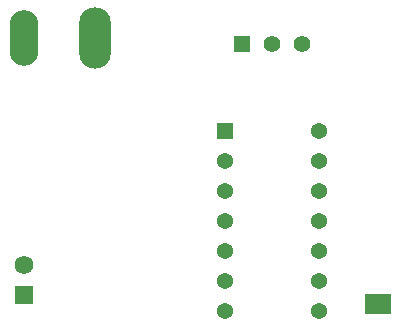
<source format=gbs>
G04*
G04 #@! TF.GenerationSoftware,Altium Limited,Altium Designer,20.2.7 (254)*
G04*
G04 Layer_Color=16711935*
%FSLAX25Y25*%
%MOIN*%
G70*
G04*
G04 #@! TF.SameCoordinates,EE1AD421-979F-440A-8BD1-8888F99C881E*
G04*
G04*
G04 #@! TF.FilePolarity,Negative*
G04*
G01*
G75*
%ADD27R,0.06225X0.06225*%
%ADD28C,0.06225*%
%ADD29R,0.05406X0.05406*%
%ADD30C,0.05406*%
%ADD31O,0.10642X0.20485*%
%ADD32O,0.09658X0.18517*%
%ADD33R,0.05595X0.05595*%
%ADD34C,0.05595*%
%ADD35R,0.08674X0.07099*%
D27*
X31496Y20591D02*
D03*
D28*
Y30591D02*
D03*
D29*
X98543Y75276D02*
D03*
D30*
Y65276D02*
D03*
Y55276D02*
D03*
Y45276D02*
D03*
Y35276D02*
D03*
Y25276D02*
D03*
Y15276D02*
D03*
X129803D02*
D03*
Y25276D02*
D03*
Y35276D02*
D03*
Y45276D02*
D03*
Y55276D02*
D03*
Y65276D02*
D03*
Y75276D02*
D03*
D31*
X55118Y106299D02*
D03*
D32*
X31496D02*
D03*
D33*
X104173Y104331D02*
D03*
D34*
X114173D02*
D03*
X124173D02*
D03*
D35*
X149606Y17717D02*
D03*
M02*

</source>
